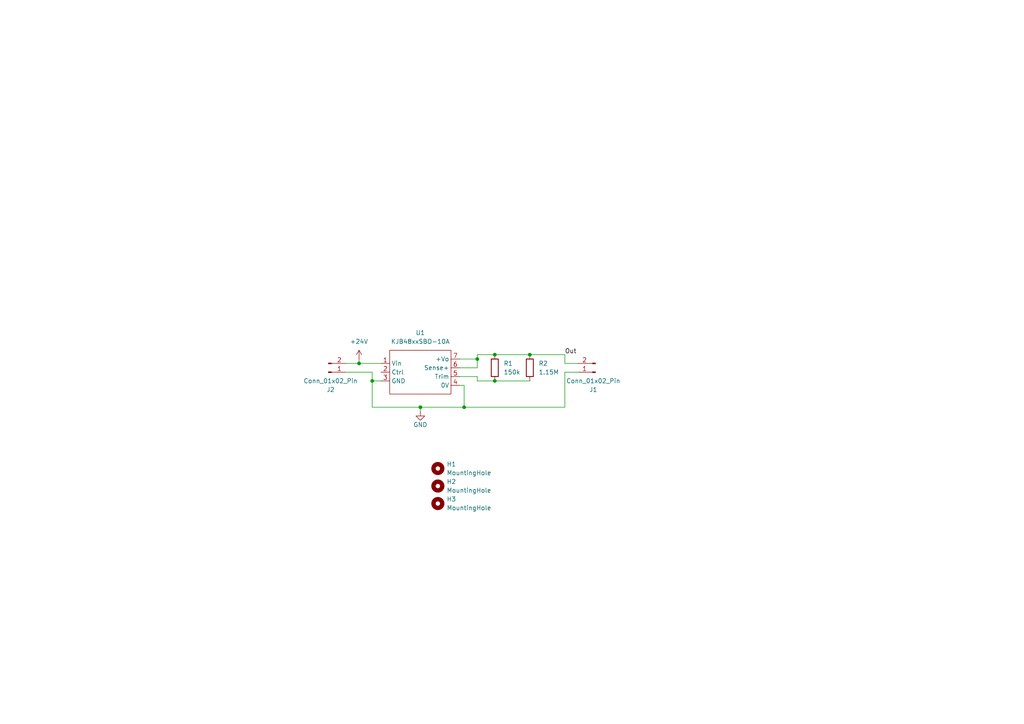
<source format=kicad_sch>
(kicad_sch (version 20230121) (generator eeschema)
  (paper "A4")
  (lib_symbols
    (symbol "Connector:Conn_01x02_Pin" (pin_names (offset 1.016) hide)
      (property "Reference" "J" (at 0 2.54 0))
      (property "Value" "Conn_01x02_Pin" (at 0 -5.08 0))
      (symbol "Conn_01x02_Pin_1_1"
        (polyline (pts (xy 1.27 -2.54) (xy 0.8636 -2.54)) (stroke (width 0.1524)))
        (polyline (pts (xy 1.27 0) (xy 0.8636 0)) (stroke (width 0.1524)))
        (rectangle (start 0.8636 -2.413) (end 0 -2.667) (stroke (width 0.1524)) (fill (type outline)))
        (rectangle (start 0.8636 0.127) (end 0 -0.127) (stroke (width 0.1524)) (fill (type outline)))
        (pin passive line (at 5.08 0 180) (length 3.81) (name "Pin_1") (number "1"))
        (pin passive line (at 5.08 -2.54 180) (length 3.81) (name "Pin_2") (number "2"))
      )
    )
    (symbol "Device:R" (pin_numbers hide) (pin_names (offset 0))
      (property "Reference" "R" (at 2.032 0 90))
      (property "Value" "R" (at 0 0 90))
      (symbol "R_0_1"
        (rectangle (start -1.016 -2.54) (end 1.016 2.54) (stroke (width 0.254)))
      )
      (symbol "R_1_1"
        (pin passive line (at 0 3.81 270) (length 1.27) (name "~") (number "1"))
        (pin passive line (at 0 -3.81 90) (length 1.27) (name "~") (number "2"))
      )
    )
    (symbol "DingLAB_miniPC_Power:KJB48xxSBO-10A"
      (property "Reference" "U" (at 0 0 0))
      (property "Value" "KJB48xxSBO-10A" (at 0 -7.62 0))
      (symbol "KJB48xxSBO-10A_0_1"
        (rectangle (start -8.89 6.35) (end 8.89 -6.35))
      )
      (symbol "KJB48xxSBO-10A_1_1"
        (pin passive line (at -11.43 2.54 0) (length 2.54) (name "Vin") (number "1"))
        (pin passive line (at -11.43 0 0) (length 2.54) (name "Ctrl") (number "2"))
        (pin passive line (at -11.43 -2.54 0) (length 2.54) (name "GND") (number "3"))
        (pin passive line (at 11.43 -3.81 180) (length 2.54) (name "0V") (number "4"))
        (pin passive line (at 11.43 -1.27 180) (length 2.54) (name "Trim") (number "5"))
        (pin passive line (at 11.43 1.27 180) (length 2.54) (name "Sense+") (number "6"))
        (pin passive line (at 11.43 3.81 180) (length 2.54) (name "+Vo") (number "7"))
      )
    )
    (symbol "Mechanical:MountingHole" (pin_names (offset 1.016))
      (property "Reference" "H" (at 0 5.08 0))
      (property "Value" "MountingHole" (at 0 3.175 0))
      (symbol "MountingHole_0_1"
        (circle (center 0 0) (radius 1.27) (stroke (width 1.27)))
      )
    )
    (symbol "power:+24V" (power) (pin_names (offset 0))
      (property "Value" "+24V" (at 0 3.556 0))
      (symbol "+24V_0_1"
        (polyline (pts (xy -0.762 1.27) (xy 0 2.54)))
        (polyline (pts (xy 0 0) (xy 0 2.54)))
        (polyline (pts (xy 0 2.54) (xy 0.762 1.27)))
      )
      (symbol "+24V_1_1"
        (pin power_in line (at 0 0 90) (length 0) hide (name "+24V") (number "1"))
      )
    )
    (symbol "power:GND" (power) (pin_names (offset 0))
      (property "Value" "GND" (at 0 -3.81 0))
      (symbol "GND_0_1"
        (polyline (pts (xy 0 0) (xy 0 -1.27) (xy 1.27 -1.27) (xy 0 -2.54) (xy -1.27 -1.27) (xy 0 -1.27)))
      )
      (symbol "GND_1_1"
        (pin power_in line (at 0 0 270) (length 0) hide (name "GND") (number "1"))
      )
    )
  )
  (junction (at 134.62 118.11))
  (junction (at 138.43 104.14))
  (junction (at 121.92 118.11))
  (junction (at 107.95 110.49))
  (junction (at 153.67 102.87))
  (junction (at 104.14 105.41))
  (junction (at 143.51 102.87))
  (junction (at 143.51 110.49))
  (wire (pts (xy 163.83 118.11) (xy 134.62 118.11)))
  (wire (pts (xy 163.83 105.41) (xy 163.83 102.87)))
  (wire (pts (xy 138.43 110.49) (xy 143.51 110.49)))
  (wire (pts (xy 133.35 106.68) (xy 138.43 106.68)))
  (wire (pts (xy 107.95 110.49) (xy 107.95 118.11)))
  (wire (pts (xy 138.43 102.87) (xy 143.51 102.87)))
  (wire (pts (xy 100.33 105.41) (xy 104.14 105.41)))
  (wire (pts (xy 107.95 118.11) (xy 121.92 118.11)))
  (wire (pts (xy 167.64 105.41) (xy 163.83 105.41)))
  (wire (pts (xy 107.95 107.95) (xy 107.95 110.49)))
  (wire (pts (xy 163.83 118.11) (xy 163.83 107.95)))
  (wire (pts (xy 138.43 106.68) (xy 138.43 104.14)))
  (wire (pts (xy 100.33 107.95) (xy 107.95 107.95)))
  (wire (pts (xy 133.35 109.22) (xy 138.43 109.22)))
  (wire (pts (xy 134.62 111.76) (xy 134.62 118.11)))
  (wire (pts (xy 163.83 107.95) (xy 167.64 107.95)))
  (wire (pts (xy 104.14 104.14) (xy 104.14 105.41)))
  (wire (pts (xy 107.95 110.49) (xy 110.49 110.49)))
  (wire (pts (xy 143.51 102.87) (xy 153.67 102.87)))
  (wire (pts (xy 163.83 102.87) (xy 153.67 102.87)))
  (wire (pts (xy 121.92 119.38) (xy 121.92 118.11)))
  (wire (pts (xy 121.92 118.11) (xy 134.62 118.11)))
  (wire (pts (xy 134.62 111.76) (xy 133.35 111.76)))
  (wire (pts (xy 133.35 104.14) (xy 138.43 104.14)))
  (wire (pts (xy 138.43 104.14) (xy 138.43 102.87)))
  (wire (pts (xy 143.51 110.49) (xy 153.67 110.49)))
  (wire (pts (xy 138.43 109.22) (xy 138.43 110.49)))
  (wire (pts (xy 104.14 105.41) (xy 110.49 105.41)))
  (label "Out" (at 163.83 102.87 0))
  (symbol (lib_id "Connector:Conn_01x02_Pin") (at 95.25 107.95 0) (mirror x) (unit 1)
    (property "Reference" "J2" (at 95.885 113.03 0))
    (property "Value" "Conn_01x02_Pin" (at 95.885 110.49 0))
    (property "Footprint" "DingLAB_miniPC_Power:AMASS_XT30PW-M_Horizontal" (effects hide))
  )
  (symbol (lib_id "power:GND") (at 121.92 119.38 0) (unit 1)
    (property "Reference" "#PWR02" (effects hide))
    (property "Value" "GND" (at 121.92 123.19 0))
  )
  (symbol (lib_id "Mechanical:MountingHole") (at 127 146.05 0) (unit 1)
    (property "Reference" "H3" (at 129.54 144.78 0) (effects (justify left)))
    (property "Value" "MountingHole" (at 129.54 147.32 0) (effects (justify left)))
    (property "Footprint" "DingLAB_miniPC_Power:SMTSO30110CTJ" (effects hide))
  )
  (symbol (lib_id "Device:R") (at 153.67 106.68 0) (unit 1)
    (property "Reference" "R2" (at 156.21 105.41 0) (effects (justify left)))
    (property "Value" "1.15M" (at 156.21 107.95 0) (effects (justify left)))
    (property "Footprint" "Resistor_SMD:R_0603_1608Metric" (effects hide))
  )
  (symbol (lib_id "Mechanical:MountingHole") (at 127 135.89 0) (unit 1)
    (property "Reference" "H1" (at 129.54 134.62 0) (effects (justify left)))
    (property "Value" "MountingHole" (at 129.54 137.16 0) (effects (justify left)))
    (property "Footprint" "DingLAB_miniPC_Power:SMTSO3020CTJ" (effects hide))
  )
  (symbol (lib_id "DingLAB_miniPC_Power:KJB48xxSBO-10A") (at 121.92 107.95 0) (unit 1)
    (property "Reference" "U1" (at 121.92 96.52 0))
    (property "Value" "KJB48xxSBO-10A" (at 121.92 99.06 0))
    (property "Footprint" "DingLAB_miniPC_Power:KJB48_SBO-10A" (effects hide))
    (property "Datasheet" "https://www.mornsun.cn/html/pdf/KJB4815SBO-10A.html" (effects hide))
  )
  (symbol (lib_id "Mechanical:MountingHole") (at 127 140.97 0) (unit 1)
    (property "Reference" "H2" (at 129.54 139.7 0) (effects (justify left)))
    (property "Value" "MountingHole" (at 129.54 142.24 0) (effects (justify left)))
    (property "Footprint" "DingLAB_miniPC_Power:SMTSO30110CTJ" (effects hide))
  )
  (symbol (lib_id "Device:R") (at 143.51 106.68 0) (unit 1)
    (property "Reference" "R1" (at 146.05 105.41 0) (effects (justify left)))
    (property "Value" "150k" (at 146.05 107.95 0) (effects (justify left)))
    (property "Footprint" "Resistor_SMD:R_0603_1608Metric" (effects hide))
  )
  (symbol (lib_id "Connector:Conn_01x02_Pin") (at 172.72 107.95 180) (unit 1)
    (property "Reference" "J1" (at 172.085 113.03 0))
    (property "Value" "Conn_01x02_Pin" (at 172.085 110.49 0))
    (property "Footprint" "DingLAB_miniPC_Power:AMASS_XT30PW-F_Horizontal" (effects hide))
  )
  (symbol (lib_id "power:+24V") (at 104.14 104.14 0) (unit 1)
    (property "Reference" "#PWR01" (effects hide))
    (property "Value" "+24V" (at 104.14 99.06 0))
  )
)
</source>
